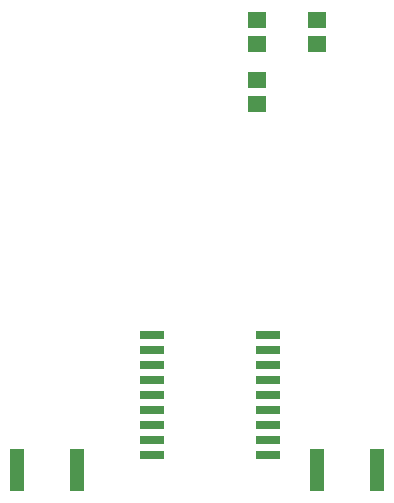
<source format=gtp>
G04 MADE WITH FRITZING*
G04 WWW.FRITZING.ORG*
G04 DOUBLE SIDED*
G04 HOLES PLATED*
G04 CONTOUR ON CENTER OF CONTOUR VECTOR*
%ASAXBY*%
%FSLAX23Y23*%
%MOIN*%
%OFA0B0*%
%SFA1.0B1.0*%
%ADD10R,0.059055X0.055118*%
%ADD11R,0.051181X0.141823*%
%ADD12R,0.080000X0.026000*%
%LNPASTEMASK1*%
G90*
G70*
G54D10*
X1184Y1384D03*
X1184Y1303D03*
X1184Y1584D03*
X1184Y1503D03*
X1384Y1584D03*
X1384Y1503D03*
G54D11*
X1384Y84D03*
X1584Y84D03*
X584Y84D03*
X384Y84D03*
G54D12*
X834Y534D03*
X834Y484D03*
X834Y434D03*
X834Y384D03*
X834Y334D03*
X834Y284D03*
X834Y234D03*
X834Y184D03*
X1220Y184D03*
X1220Y234D03*
X1220Y284D03*
X1220Y334D03*
X1220Y384D03*
X1220Y434D03*
X1220Y484D03*
X1220Y534D03*
X834Y134D03*
X1220Y134D03*
G04 End of PasteMask1*
M02*
</source>
